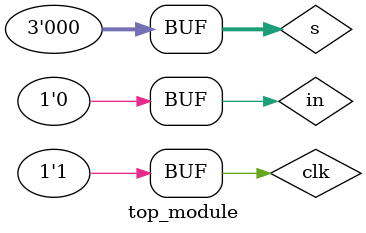
<source format=v>
module top_module();
    
    reg clk;
    reg in;
    reg out;
    reg [2:0] s;
    
    initial
        begin
            in=0;
            s=2;
            #10;
            in=0;
            s=6;
            #10;
            in=1;
            s=2;
            #10;
            in=0;
            s=7;
            #10;
            s=0;
            in=1;
            #30;
            s=0;
            in=0;
            #10;
        end
    
    always
        begin
            clk=0;
            #5;
            clk=1;
            #5;
        end
    q7 q (clk, in, s, out);

endmodule

</source>
